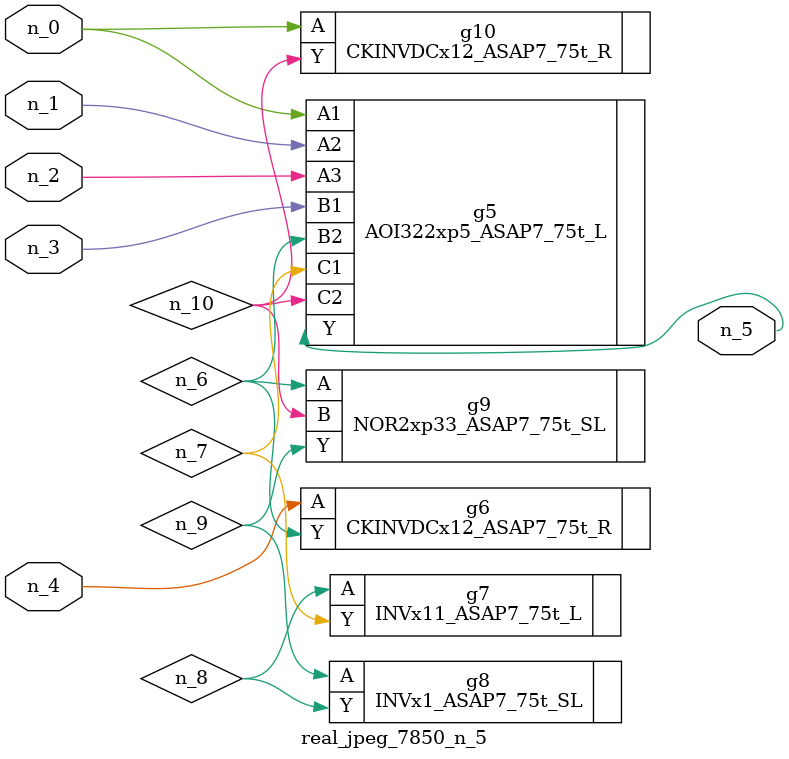
<source format=v>
module real_jpeg_7850_n_5 (n_4, n_0, n_1, n_2, n_3, n_5);

input n_4;
input n_0;
input n_1;
input n_2;
input n_3;

output n_5;

wire n_8;
wire n_6;
wire n_7;
wire n_10;
wire n_9;

AOI322xp5_ASAP7_75t_L g5 ( 
.A1(n_0),
.A2(n_1),
.A3(n_2),
.B1(n_3),
.B2(n_6),
.C1(n_7),
.C2(n_10),
.Y(n_5)
);

CKINVDCx12_ASAP7_75t_R g10 ( 
.A(n_0),
.Y(n_10)
);

CKINVDCx12_ASAP7_75t_R g6 ( 
.A(n_4),
.Y(n_6)
);

NOR2xp33_ASAP7_75t_SL g9 ( 
.A(n_6),
.B(n_10),
.Y(n_9)
);

INVx11_ASAP7_75t_L g7 ( 
.A(n_8),
.Y(n_7)
);

INVx1_ASAP7_75t_SL g8 ( 
.A(n_9),
.Y(n_8)
);


endmodule
</source>
